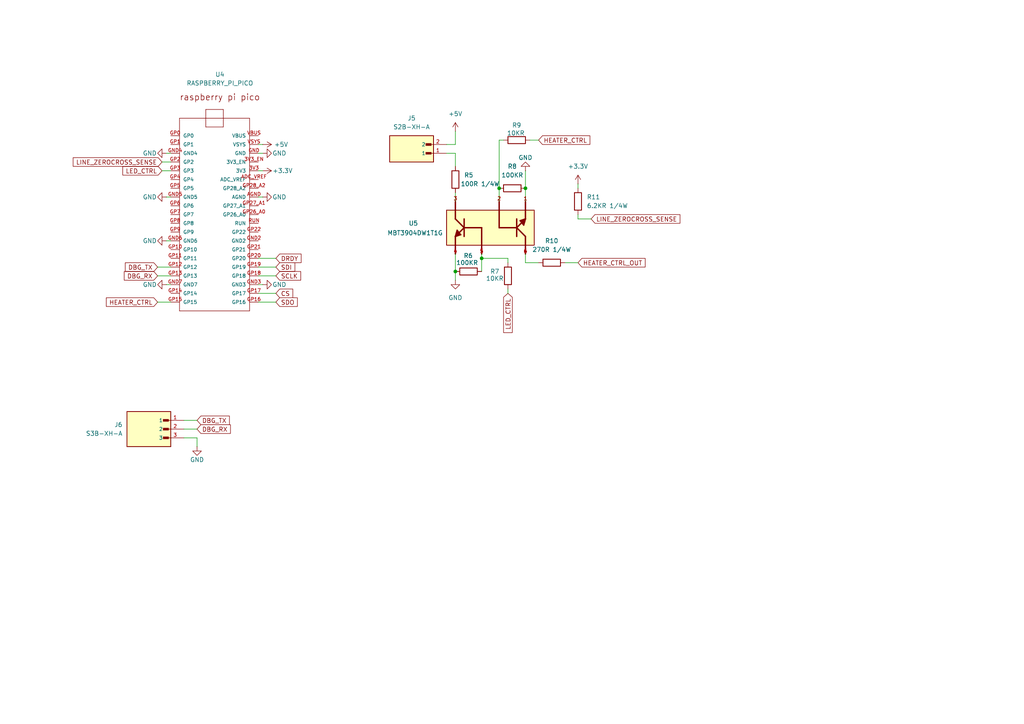
<source format=kicad_sch>
(kicad_sch (version 20231120) (generator "eeschema") (generator_version "8.0")
  (paper "A4")
  (lib_symbols
    (symbol "Device:R" (pin_numbers hide) (pin_names (offset 0))
      (property "Reference" "R" (at 2.032 0 90))
      (property "Value" "R" (at 0 0 90))
      (symbol "R_0_1"
        (rectangle (start -1.016 -2.54) (end 1.016 2.54) (stroke (width 0.254)))
      )
      (symbol "R_1_1"
        (pin passive line (at 0 3.81 270) (length 1.27) (name "~") (number "1"))
        (pin passive line (at 0 -3.81 90) (length 1.27) (name "~") (number "2"))
      )
    )
    (symbol "MBT3904DW1T1G:MBT3904DW1T1G" (pin_names (offset 1.016))
      (property "Reference" "U" (at 0 0 0))
      (property "Value" "MBT3904DW1T1G" (at 0 0 0))
      (symbol "MBT3904DW1T1G_0_0"
        (rectangle (start -12.7 -5.08) (end 12.7 5.08) (stroke (width 0.254)) (fill (type background)))
        (polyline (pts (xy -10.16 -2.54) (xy -10.16 -7.62)) (stroke (width 0.4064)))
        (polyline (pts (xy -10.16 -2.54) (xy -8.636 -2.032)) (stroke (width 0.4064)))
        (polyline (pts (xy -10.16 2.54) (xy -10.16 7.62)) (stroke (width 0.4064)))
        (polyline (pts (xy -9.906 -1.778) (xy -9.652 -1.27)) (stroke (width 0.4064)))
        (polyline (pts (xy -9.652 -1.524) (xy -9.906 -1.778)) (stroke (width 0.4064)))
        (polyline (pts (xy -9.652 -1.27) (xy -9.398 -1.524)) (stroke (width 0.4064)))
        (polyline (pts (xy -9.652 -0.762) (xy -10.16 -2.54)) (stroke (width 0.4064)))
        (polyline (pts (xy -9.398 -2.032) (xy -9.652 -1.524)) (stroke (width 0.4064)))
        (polyline (pts (xy -9.144 -2.032) (xy -9.144 -1.778)) (stroke (width 0.4064)))
        (polyline (pts (xy -9.144 -1.778) (xy -9.398 -2.032)) (stroke (width 0.4064)))
        (polyline (pts (xy -8.636 -2.032) (xy -9.652 -0.762)) (stroke (width 0.4064)))
        (polyline (pts (xy -8.636 -2.032) (xy -9.144 -2.032)) (stroke (width 0.4064)))
        (polyline (pts (xy -7.62 0) (xy -10.16 -2.54)) (stroke (width 0.4064)))
        (polyline (pts (xy -7.62 0) (xy -10.16 2.54)) (stroke (width 0.4064)))
        (polyline (pts (xy -7.62 0) (xy -7.62 -2.54)) (stroke (width 0.4064)))
        (polyline (pts (xy -7.62 0) (xy -2.54 0)) (stroke (width 0.4064)))
        (polyline (pts (xy -7.62 2.54) (xy -7.62 0)) (stroke (width 0.4064)))
        (polyline (pts (xy -2.54 0) (xy -2.54 -7.62)) (stroke (width 0.4064)))
        (polyline (pts (xy 2.54 0) (xy 2.54 7.62)) (stroke (width 0.4064)))
        (polyline (pts (xy 7.62 -2.54) (xy 7.62 0)) (stroke (width 0.4064)))
        (polyline (pts (xy 7.62 0) (xy 2.54 0)) (stroke (width 0.4064)))
        (polyline (pts (xy 7.62 0) (xy 7.62 2.54)) (stroke (width 0.4064)))
        (polyline (pts (xy 7.62 0) (xy 10.16 -2.54)) (stroke (width 0.4064)))
        (polyline (pts (xy 7.62 0) (xy 10.16 2.54)) (stroke (width 0.4064)))
        (polyline (pts (xy 8.636 2.032) (xy 9.144 2.032)) (stroke (width 0.4064)))
        (polyline (pts (xy 8.636 2.032) (xy 9.652 0.762)) (stroke (width 0.4064)))
        (polyline (pts (xy 9.144 1.778) (xy 9.398 2.032)) (stroke (width 0.4064)))
        (polyline (pts (xy 9.144 2.032) (xy 9.144 1.778)) (stroke (width 0.4064)))
        (polyline (pts (xy 9.398 2.032) (xy 9.652 1.524)) (stroke (width 0.4064)))
        (polyline (pts (xy 9.652 0.762) (xy 10.16 2.54)) (stroke (width 0.4064)))
        (polyline (pts (xy 9.652 1.27) (xy 9.398 1.524)) (stroke (width 0.4064)))
        (polyline (pts (xy 9.652 1.524) (xy 9.906 1.778)) (stroke (width 0.4064)))
        (polyline (pts (xy 9.906 1.778) (xy 9.652 1.27)) (stroke (width 0.4064)))
        (polyline (pts (xy 10.16 -2.54) (xy 10.16 -7.62)) (stroke (width 0.4064)))
        (polyline (pts (xy 10.16 2.54) (xy 8.636 2.032)) (stroke (width 0.4064)))
        (polyline (pts (xy 10.16 2.54) (xy 10.16 7.62)) (stroke (width 0.4064)))
        (pin bidirectional line (at 10.16 7.62 0) (length 0) (name "~") (number "1"))
        (pin bidirectional line (at 2.54 7.62 0) (length 0) (name "~") (number "2"))
        (pin bidirectional line (at -10.16 7.62 180) (length 0) (name "~") (number "3"))
        (pin bidirectional line (at -10.16 -7.62 180) (length 0) (name "~") (number "4"))
        (pin bidirectional line (at -2.54 -7.62 180) (length 0) (name "~") (number "5"))
        (pin bidirectional line (at 10.16 -7.62 0) (length 0) (name "~") (number "6"))
      )
    )
    (symbol "RASPBERRY_PI_PICO:RASPBERRY_PI_PICO" (pin_names (offset 1.016))
      (property "Reference" "U" (at 0 0 0))
      (property "Value" "RASPBERRY_PI_PICO" (at 0 0 0))
      (symbol "RASPBERRY_PI_PICO_0_0"
        (polyline (pts (xy -7.62 -30.48) (xy 12.7 -30.48)) (stroke (width 0.1524)))
        (polyline (pts (xy -7.62 25.4) (xy -7.62 -30.48)) (stroke (width 0.1524)))
        (polyline (pts (xy 0 22.86) (xy 5.08 22.86)) (stroke (width 0.1524)))
        (polyline (pts (xy 0 27.94) (xy 0 22.86)) (stroke (width 0.1524)))
        (polyline (pts (xy 5.08 22.86) (xy 5.08 27.94)) (stroke (width 0.1524)))
        (polyline (pts (xy 5.08 27.94) (xy 0 27.94)) (stroke (width 0.1524)))
        (polyline (pts (xy 12.7 -30.48) (xy 12.7 25.4)) (stroke (width 0.1524)))
        (polyline (pts (xy 12.7 25.4) (xy -7.62 25.4)) (stroke (width 0.1524)))
        (text "raspberry pi pico" (at -7.62 30.48 0) (effects (font (size 1.778 1.778)) (justify left bottom)))
        (pin bidirectional line (at 15.24 10.16 180) (length 2.54) (name "3V3") (number "3V3"))
        (pin bidirectional line (at 15.24 12.7 180) (length 2.54) (name "3V3_EN") (number "3V3_EN"))
        (pin bidirectional line (at 15.24 7.62 180) (length 2.54) (name "ADC_VREF") (number "ADC_VREF"))
        (pin bidirectional line (at 15.24 2.54 180) (length 2.54) (name "AGND") (number "AGND"))
        (pin bidirectional line (at 15.24 15.24 180) (length 2.54) (name "GND") (number "GND"))
        (pin bidirectional line (at 15.24 -10.16 180) (length 2.54) (name "GND2") (number "GND2"))
        (pin bidirectional line (at 15.24 -22.86 180) (length 2.54) (name "GND3") (number "GND3"))
        (pin bidirectional line (at -10.16 15.24 0) (length 2.54) (name "GND4") (number "GND4"))
        (pin bidirectional line (at -10.16 2.54 0) (length 2.54) (name "GND5") (number "GND5"))
        (pin bidirectional line (at -10.16 -10.16 0) (length 2.54) (name "GND6") (number "GND6"))
        (pin bidirectional line (at -10.16 -22.86 0) (length 2.54) (name "GND7") (number "GND7"))
        (pin bidirectional line (at -10.16 20.32 0) (length 2.54) (name "GP0") (number "GP0"))
        (pin bidirectional line (at -10.16 17.78 0) (length 2.54) (name "GP1") (number "GP1"))
        (pin bidirectional line (at -10.16 -12.7 0) (length 2.54) (name "GP10") (number "GP10"))
        (pin bidirectional line (at -10.16 -15.24 0) (length 2.54) (name "GP11") (number "GP11"))
        (pin bidirectional line (at -10.16 -17.78 0) (length 2.54) (name "GP12") (number "GP12"))
        (pin bidirectional line (at -10.16 -20.32 0) (length 2.54) (name "GP13") (number "GP13"))
        (pin bidirectional line (at -10.16 -25.4 0) (length 2.54) (name "GP14") (number "GP14"))
        (pin bidirectional line (at -10.16 -27.94 0) (length 2.54) (name "GP15") (number "GP15"))
        (pin bidirectional line (at 15.24 -27.94 180) (length 2.54) (name "GP16") (number "GP16"))
        (pin bidirectional line (at 15.24 -25.4 180) (length 2.54) (name "GP17") (number "GP17"))
        (pin bidirectional line (at 15.24 -20.32 180) (length 2.54) (name "GP18") (number "GP18"))
        (pin bidirectional line (at 15.24 -17.78 180) (length 2.54) (name "GP19") (number "GP19"))
        (pin bidirectional line (at -10.16 12.7 0) (length 2.54) (name "GP2") (number "GP2"))
        (pin bidirectional line (at 15.24 -15.24 180) (length 2.54) (name "GP20") (number "GP20"))
        (pin bidirectional line (at 15.24 -12.7 180) (length 2.54) (name "GP21") (number "GP21"))
        (pin bidirectional line (at 15.24 -7.62 180) (length 2.54) (name "GP22") (number "GP22"))
        (pin bidirectional line (at 15.24 -2.54 180) (length 2.54) (name "GP26_A0") (number "GP26_A0"))
        (pin bidirectional line (at 15.24 0 180) (length 2.54) (name "GP27_A1") (number "GP27_A1"))
        (pin bidirectional line (at 15.24 5.08 180) (length 2.54) (name "GP28_A2") (number "GP28_A2"))
        (pin bidirectional line (at -10.16 10.16 0) (length 2.54) (name "GP3") (number "GP3"))
        (pin bidirectional line (at -10.16 7.62 0) (length 2.54) (name "GP4") (number "GP4"))
        (pin bidirectional line (at -10.16 5.08 0) (length 2.54) (name "GP5") (number "GP5"))
        (pin bidirectional line (at -10.16 0 0) (length 2.54) (name "GP6") (number "GP6"))
        (pin bidirectional line (at -10.16 -2.54 0) (length 2.54) (name "GP7") (number "GP7"))
        (pin bidirectional line (at -10.16 -5.08 0) (length 2.54) (name "GP8") (number "GP8"))
        (pin bidirectional line (at -10.16 -7.62 0) (length 2.54) (name "GP9") (number "GP9"))
        (pin bidirectional line (at 15.24 -5.08 180) (length 2.54) (name "RUN") (number "RUN"))
        (pin bidirectional line (at 15.24 20.32 180) (length 2.54) (name "VBUS") (number "VBUS"))
        (pin bidirectional line (at 15.24 17.78 180) (length 2.54) (name "VSYS") (number "VSYS"))
      )
    )
    (symbol "S2B-XH-A:S2B-XH-A" (pin_names (offset 1.016))
      (property "Reference" "J" (at -6.85 5.08 0))
      (property "Value" "S2B-XH-A" (at -6.35 -5.08 0))
      (symbol "S2B-XH-A_0_0"
        (rectangle (start -6.35 -2.54) (end 6.35 5.08) (stroke (width 0.254)) (fill (type background)))
        (rectangle (start -5.715 -0.3175) (end -4.1275 0.3175) (stroke (width 0.1)) (fill (type outline)))
        (rectangle (start -5.715 2.2225) (end -4.1275 2.8575) (stroke (width 0.1)) (fill (type outline)))
        (pin passive line (at -10.16 2.54 0) (length 5.08) (name "1") (number "1"))
        (pin passive line (at -10.16 0 0) (length 5.08) (name "2") (number "2"))
      )
    )
    (symbol "S3B-XH-A:S3B-XH-A" (pin_names (offset 1.016))
      (property "Reference" "J" (at -6.85 5.08 0))
      (property "Value" "S3B-XH-A" (at -6.35 -7.62 0))
      (symbol "S3B-XH-A_0_0"
        (rectangle (start -6.35 -5.08) (end 6.35 5.08) (stroke (width 0.254)) (fill (type background)))
        (rectangle (start -5.715 -2.8575) (end -4.1275 -2.2225) (stroke (width 0.1)) (fill (type outline)))
        (rectangle (start -5.715 -0.3175) (end -4.1275 0.3175) (stroke (width 0.1)) (fill (type outline)))
        (rectangle (start -5.715 2.2225) (end -4.1275 2.8575) (stroke (width 0.1)) (fill (type outline)))
        (pin passive line (at -10.16 2.54 0) (length 5.08) (name "1") (number "1"))
        (pin passive line (at -10.16 0 0) (length 5.08) (name "2") (number "2"))
        (pin passive line (at -10.16 -2.54 0) (length 5.08) (name "3") (number "3"))
      )
    )
    (symbol "power:+5V" (power) (pin_numbers hide) (pin_names (offset 0) hide)
      (property "Value" "+5V" (at 0 3.556 0))
      (symbol "+5V_0_1"
        (polyline (pts (xy -0.762 1.27) (xy 0 2.54)))
        (polyline (pts (xy 0 0) (xy 0 2.54)))
        (polyline (pts (xy 0 2.54) (xy 0.762 1.27)))
      )
      (symbol "+5V_1_1"
        (pin power_in line (at 0 0 90) (length 0) (name "~") (number "1"))
      )
    )
    (symbol "power:GND" (power) (pin_numbers hide) (pin_names (offset 0) hide)
      (property "Value" "GND" (at 0 -3.81 0))
      (symbol "GND_0_1"
        (polyline (pts (xy 0 0) (xy 0 -1.27) (xy 1.27 -1.27) (xy 0 -2.54) (xy -1.27 -1.27) (xy 0 -1.27)))
      )
      (symbol "GND_1_1"
        (pin power_in line (at 0 0 270) (length 0) (name "~") (number "1"))
      )
    )
  )
  (junction (at 152.4 54.61))
  (junction (at 144.78 54.61))
  (junction (at 139.7 74.93))
  (junction (at 132.08 78.74))
  (wire (pts (xy 167.64 53.34) (xy 167.64 54.61)))
  (wire (pts (xy 74.93 77.47) (xy 80.01 77.47)))
  (wire (pts (xy 132.08 73.66) (xy 132.08 78.74)))
  (wire (pts (xy 147.32 85.09) (xy 147.32 83.82)))
  (wire (pts (xy 74.93 44.45) (xy 76.2 44.45)))
  (wire (pts (xy 156.21 76.2) (xy 152.4 76.2)))
  (wire (pts (xy 146.05 40.64) (xy 144.78 40.64)))
  (wire (pts (xy 139.7 74.93) (xy 139.7 78.74)))
  (wire (pts (xy 45.72 80.01) (xy 49.53 80.01)))
  (wire (pts (xy 167.64 63.5) (xy 171.45 63.5)))
  (wire (pts (xy 74.93 57.15) (xy 76.2 57.15)))
  (wire (pts (xy 152.4 76.2) (xy 152.4 73.66)))
  (wire (pts (xy 57.15 127) (xy 57.15 129.54)))
  (wire (pts (xy 74.93 87.63) (xy 80.01 87.63)))
  (wire (pts (xy 45.72 77.47) (xy 49.53 77.47)))
  (wire (pts (xy 147.32 76.2) (xy 147.32 74.93)))
  (wire (pts (xy 74.93 74.93) (xy 80.01 74.93)))
  (wire (pts (xy 46.99 49.53) (xy 49.53 49.53)))
  (wire (pts (xy 74.93 80.01) (xy 80.01 80.01)))
  (wire (pts (xy 48.26 69.85) (xy 49.53 69.85)))
  (wire (pts (xy 132.08 38.1) (xy 132.08 41.91)))
  (wire (pts (xy 152.4 54.61) (xy 152.4 58.42)))
  (wire (pts (xy 144.78 40.64) (xy 144.78 54.61)))
  (wire (pts (xy 45.72 87.63) (xy 49.53 87.63)))
  (wire (pts (xy 152.4 49.53) (xy 152.4 54.61)))
  (wire (pts (xy 129.54 41.91) (xy 132.08 41.91)))
  (wire (pts (xy 74.93 82.55) (xy 76.2 82.55)))
  (wire (pts (xy 74.93 85.09) (xy 80.01 85.09)))
  (wire (pts (xy 156.21 40.64) (xy 153.67 40.64)))
  (wire (pts (xy 129.54 44.45) (xy 132.08 44.45)))
  (wire (pts (xy 132.08 78.74) (xy 132.08 81.28)))
  (wire (pts (xy 46.99 46.99) (xy 49.53 46.99)))
  (wire (pts (xy 53.34 124.46) (xy 57.15 124.46)))
  (wire (pts (xy 132.08 44.45) (xy 132.08 48.26)))
  (wire (pts (xy 132.08 55.88) (xy 132.08 58.42)))
  (wire (pts (xy 48.26 57.15) (xy 49.53 57.15)))
  (wire (pts (xy 167.64 62.23) (xy 167.64 63.5)))
  (wire (pts (xy 53.34 127) (xy 57.15 127)))
  (wire (pts (xy 147.32 74.93) (xy 139.7 74.93)))
  (wire (pts (xy 53.34 121.92) (xy 57.15 121.92)))
  (wire (pts (xy 144.78 54.61) (xy 144.78 58.42)))
  (wire (pts (xy 48.26 44.45) (xy 49.53 44.45)))
  (wire (pts (xy 163.83 76.2) (xy 167.64 76.2)))
  (wire (pts (xy 139.7 73.66) (xy 139.7 74.93)))
  (wire (pts (xy 74.93 41.91) (xy 76.2 41.91)))
  (wire (pts (xy 74.93 49.53) (xy 76.2 49.53)))
  (wire (pts (xy 48.26 82.55) (xy 49.53 82.55)))
  (global_label "DBG_TX" (shape input) (at 45.72 77.47 180) (property "Intersheetrefs" "${INTERSHEET_REFS}" (effects (hide yes))))
  (global_label "DBG_RX" (shape input) (at 45.72 80.01 180) (property "Intersheetrefs" "${INTERSHEET_REFS}" (effects (hide yes))))
  (global_label "LINE_ZEROCROSS_SENSE" (shape input) (at 46.99 46.99 180) (property "Intersheetrefs" "${INTERSHEET_REFS}" (effects (hide yes))))
  (global_label "HEATER_CTRL" (shape input) (at 156.21 40.64 0) (property "Intersheetrefs" "${INTERSHEET_REFS}" (effects (hide yes))))
  (global_label "DRDY" (shape input) (at 80.01 74.93 0) (property "Intersheetrefs" "${INTERSHEET_REFS}" (effects (hide yes))))
  (global_label "DBG_RX" (shape input) (at 57.15 124.46 0) (property "Intersheetrefs" "${INTERSHEET_REFS}" (effects (hide yes))))
  (global_label "CS" (shape input) (at 80.01 85.09 0) (property "Intersheetrefs" "${INTERSHEET_REFS}" (effects (hide yes))))
  (global_label "HEATER_CTRL" (shape input) (at 45.72 87.63 180) (property "Intersheetrefs" "${INTERSHEET_REFS}" (effects (hide yes))))
  (global_label "SCLK" (shape input) (at 80.01 80.01 0) (property "Intersheetrefs" "${INTERSHEET_REFS}" (effects (hide yes))))
  (global_label "DBG_TX" (shape input) (at 57.15 121.92 0) (property "Intersheetrefs" "${INTERSHEET_REFS}" (effects (hide yes))))
  (global_label "LED_CTRL" (shape input) (at 147.32 85.09 270) (property "Intersheetrefs" "${INTERSHEET_REFS}" (effects (hide yes))))
  (global_label "SDO" (shape input) (at 80.01 87.63 0) (property "Intersheetrefs" "${INTERSHEET_REFS}" (effects (hide yes))))
  (global_label "HEATER_CTRL_OUT" (shape input) (at 167.64 76.2 0) (property "Intersheetrefs" "${INTERSHEET_REFS}" (effects (hide yes))))
  (global_label "LINE_ZEROCROSS_SENSE" (shape input) (at 171.45 63.5 0) (property "Intersheetrefs" "${INTERSHEET_REFS}" (effects (hide yes))))
  (global_label "SDI" (shape input) (at 80.01 77.47 0) (property "Intersheetrefs" "${INTERSHEET_REFS}" (effects (hide yes))))
  (global_label "LED_CTRL" (shape input) (at 46.99 49.53 180) (property "Intersheetrefs" "${INTERSHEET_REFS}" (effects (hide yes))))
  (symbol (lib_id "Device:R") (at 160.02 76.2 90) (unit 1)
    (property "Reference" "R10" (at 160.02 69.85 90))
    (property "Value" "270R 1/4W" (at 160.02 72.39 90))
    (property "Footprint" "Resistor_SMD:R_1206_3216Metric_Pad1.30x1.75mm_HandSolder" (effects (hide yes)))
    (property "Description" "Resistor" (effects (hide yes)))
    (property "DIGIKEY_PN" "311-270ERCT-ND" (effects (hide yes)))
  )
  (symbol (lib_id "power:GND") (at 132.08 81.28 0) (unit 1)
    (property "Reference" "#PWR14" (effects (hide yes)))
    (property "Value" "GND" (at 132.08 86.36 0))
    (property "Description" "Power symbol creates a global label with name \"GND\" , ground" (effects (hide yes)))
  )
  (symbol (lib_id "power:+5V") (at 76.2 41.91 270) (unit 1)
    (property "Reference" "#PWR9" (effects (hide yes)))
    (property "Value" "+5V" (at 79.502 41.91 90) (effects (justify left)))
    (property "Description" "Power symbol creates a global label with name \"+5V\"" (effects (hide yes)))
  )
  (symbol (lib_id "S2B-XH-A:S2B-XH-A") (at 119.38 41.91 180) (unit 1)
    (property "Reference" "J5" (at 119.38 34.29 0))
    (property "Value" "S2B-XH-A" (at 119.38 36.83 0))
    (property "Footprint" "footprints:JST_S2B-XH-A" (effects (hide yes)))
    (property "MANUFACTURER" "JST" (effects (hide yes)))
    (property "DIGIKEY_PN" "455-S2B-XH-A-ND" (effects (hide yes)))
  )
  (symbol (lib_id "power:+5V") (at 132.08 38.1 0) (unit 1)
    (property "Reference" "#PWR13" (effects (hide yes)))
    (property "Value" "+5V" (at 132.08 33.02 0))
    (property "Description" "Power symbol creates a global label with name \"+5V\"" (effects (hide yes)))
  )
  (symbol (lib_id "power:GND") (at 76.2 57.15 90) (unit 1)
    (property "Reference" "#PWR11" (effects (hide yes)))
    (property "Value" "GND" (at 81.026 57.15 90))
    (property "Description" "Power symbol creates a global label with name \"GND\" , ground" (effects (hide yes)))
  )
  (symbol (lib_id "Device:R") (at 148.59 54.61 90) (unit 1)
    (property "Reference" "R8" (at 148.59 48.26 90))
    (property "Value" "100KR" (at 148.59 50.8 90))
    (property "Footprint" "Resistor_SMD:R_0805_2012Metric_Pad1.20x1.40mm_HandSolder" (effects (hide yes)))
    (property "Description" "Resistor" (effects (hide yes)))
    (property "DIGIKEY_PN" "311-100KARCT-ND" (effects (hide yes)))
  )
  (symbol (lib_id "power:+5V") (at 167.64 53.34 0) (unit 1)
    (property "Reference" "#PWR16" (effects (hide yes)))
    (property "Value" "+3.3V" (at 167.64 48.26 0))
    (property "Description" "Power symbol creates a global label with name \"+5V\"" (effects (hide yes)))
  )
  (symbol (lib_id "power:GND") (at 48.26 57.15 270) (unit 1)
    (property "Reference" "#PWR26" (effects (hide yes)))
    (property "Value" "GND" (at 43.434 57.15 90))
    (property "Description" "Power symbol creates a global label with name \"GND\" , ground" (effects (hide yes)))
  )
  (symbol (lib_id "Device:R") (at 135.89 78.74 90) (unit 1)
    (property "Reference" "R6" (at 137.16 74.168 90) (effects (justify left)))
    (property "Value" "100KR" (at 138.684 76.2 90) (effects (justify left)))
    (property "Footprint" "Resistor_SMD:R_0805_2012Metric_Pad1.20x1.40mm_HandSolder" (effects (hide yes)))
    (property "Description" "Resistor" (effects (hide yes)))
    (property "DIGIKEY_PN" "311-100KARCT-ND" (effects (hide yes)))
  )
  (symbol (lib_id "power:GND") (at 48.26 69.85 270) (unit 1)
    (property "Reference" "#PWR27" (effects (hide yes)))
    (property "Value" "GND" (at 43.434 69.85 90))
    (property "Description" "Power symbol creates a global label with name \"GND\" , ground" (effects (hide yes)))
  )
  (symbol (lib_id "Device:R") (at 167.64 58.42 180) (unit 1)
    (property "Reference" "R11" (at 170.18 57.1499 0) (effects (justify right)))
    (property "Value" "6.2KR 1/4W" (at 170.18 59.6899 0) (effects (justify right)))
    (property "Footprint" "Resistor_SMD:R_1206_3216Metric_Pad1.30x1.75mm_HandSolder" (effects (hide yes)))
    (property "Description" "Resistor" (effects (hide yes)))
    (property "DIGIKEY_PN" "311-6.2KERCT-ND" (effects (hide yes)))
  )
  (symbol (lib_id "S3B-XH-A:S3B-XH-A") (at 43.18 124.46 0) (mirror y) (unit 1)
    (property "Reference" "J6" (at 35.56 123.1899 0) (effects (justify left)))
    (property "Value" "S3B-XH-A" (at 35.56 125.7299 0) (effects (justify left)))
    (property "Footprint" "footprints:JST_S3B-XH-A" (effects (hide yes)))
    (property "MANUFACTURER" "JST" (effects (hide yes)))
    (property "DIGIKEY_PN" "455-S3B-XH-A-ND" (effects (hide yes)))
  )
  (symbol (lib_id "power:+5V") (at 76.2 49.53 270) (unit 1)
    (property "Reference" "#PWR12" (effects (hide yes)))
    (property "Value" "+3.3V" (at 78.994 49.53 90) (effects (justify left)))
    (property "Description" "Power symbol creates a global label with name \"+5V\"" (effects (hide yes)))
  )
  (symbol (lib_id "power:GND") (at 48.26 44.45 270) (unit 1)
    (property "Reference" "#PWR25" (effects (hide yes)))
    (property "Value" "GND" (at 43.434 44.45 90))
    (property "Description" "Power symbol creates a global label with name \"GND\" , ground" (effects (hide yes)))
  )
  (symbol (lib_id "Device:R") (at 147.32 80.01 0) (unit 1)
    (property "Reference" "R7" (at 143.51 78.74 0))
    (property "Value" "10KR" (at 143.51 80.772 0))
    (property "Footprint" "Resistor_SMD:R_0805_2012Metric_Pad1.20x1.40mm_HandSolder" (effects (hide yes)))
    (property "Description" "Resistor" (effects (hide yes)))
    (property "DIGIKEY_PN" "311-10KARCT-ND" (effects (hide yes)))
  )
  (symbol (lib_id "MBT3904DW1T1G:MBT3904DW1T1G") (at 142.24 66.04 0) (unit 1)
    (property "Reference" "U5" (at 119.888 64.77 0))
    (property "Value" "MBT3904DW1T1G" (at 120.396 67.564 0))
    (property "Footprint" "footprints:SOT236" (effects (hide yes)))
    (property "DIGIKEY_PN" "MBT3904DW1T1GOSCT-ND" (effects (hide yes)))
  )
  (symbol (lib_id "Device:R") (at 149.86 40.64 90) (unit 1)
    (property "Reference" "R9" (at 149.86 36.322 90))
    (property "Value" "10KR" (at 149.606 38.608 90))
    (property "Footprint" "Resistor_SMD:R_0805_2012Metric_Pad1.20x1.40mm_HandSolder" (effects (hide yes)))
    (property "Description" "Resistor" (effects (hide yes)))
    (property "DIGIKEY_PN" "311-10KARCT-ND" (effects (hide yes)))
  )
  (symbol (lib_id "RASPBERRY_PI_PICO:RASPBERRY_PI_PICO") (at 59.69 59.69 0) (unit 1)
    (property "Reference" "U4" (at 63.7871 21.59 0))
    (property "Value" "RASPBERRY_PI_PICO" (at 63.7871 24.13 0))
    (property "Footprint" "footprints:RASPBERRY_PI_PICO" (effects (hide yes)))
    (property "MF" "Raspberry Pi" (effects (hide yes)))
    (property "Description_1" "\n                        \n                            Raspberry Pi Board, Arm Cortex-M0+; Core Architecture:Arm; Core Sub-Architecture:Cortex-M0+; Kit Contents:Raspberry Pi Pico Board; No. Of Bits:32Bit; Silicon Core Number:Rp2040; Silicon Manufacturer:Raspberry Pi |Raspberry-Pi RASPBERRY PI PICO\n                        \n" (effects (hide yes)))
    (property "Package" "None" (effects (hide yes)))
    (property "Price" "None" (effects (hide yes)))
    (property "SnapEDA_Link" "https://www.snapeda.com/parts/RASPBERRY%20PI%20PICO/Raspberry+Pi/view-part/?ref=snap" (effects (hide yes)))
    (property "MP" "RASPBERRY PI PICO" (effects (hide yes)))
    (property "Availability" "Not in stock" (effects (hide yes)))
    (property "Check_prices" "https://www.snapeda.com/parts/RASPBERRY%20PI%20PICO/Raspberry+Pi/view-part/?ref=eda" (effects (hide yes)))
    (property "DIGIKEY_PN" "S7053-ND(sockets),2648-SC0917-ND(pico)" (effects (hide yes)))
  )
  (symbol (lib_id "power:GND") (at 76.2 82.55 90) (unit 1)
    (property "Reference" "#PWR28" (effects (hide yes)))
    (property "Value" "GND" (at 81.026 82.55 90))
    (property "Description" "Power symbol creates a global label with name \"GND\" , ground" (effects (hide yes)))
  )
  (symbol (lib_id "Device:R") (at 132.08 52.07 180) (unit 1)
    (property "Reference" "R5" (at 134.62 50.7999 0) (effects (justify right)))
    (property "Value" "100R 1/4W" (at 133.604 53.34 0) (effects (justify right)))
    (property "Footprint" "Resistor_SMD:R_1206_3216Metric_Pad1.30x1.75mm_HandSolder" (effects (hide yes)))
    (property "Description" "Resistor" (effects (hide yes)))
    (property "DIGIKEY_PN" "311-270ERCT-ND" (effects (hide yes)))
  )
  (symbol (lib_id "power:GND") (at 76.2 44.45 90) (unit 1)
    (property "Reference" "#PWR10" (effects (hide yes)))
    (property "Value" "GND" (at 81.026 44.45 90))
    (property "Description" "Power symbol creates a global label with name \"GND\" , ground" (effects (hide yes)))
  )
  (symbol (lib_id "power:GND") (at 57.15 129.54 0) (unit 1)
    (property "Reference" "#PWR24" (effects (hide yes)))
    (property "Value" "GND" (at 57.15 133.35 0))
    (property "Description" "Power symbol creates a global label with name \"GND\" , ground" (effects (hide yes)))
  )
  (symbol (lib_id "power:GND") (at 152.4 49.53 180) (unit 1)
    (property "Reference" "#PWR15" (effects (hide yes)))
    (property "Value" "GND" (at 152.4 45.72 0))
    (property "Description" "Power symbol creates a global label with name \"GND\" , ground" (effects (hide yes)))
  )
  (symbol (lib_id "power:GND") (at 48.26 82.55 270) (unit 1)
    (property "Reference" "#PWR29" (effects (hide yes)))
    (property "Value" "GND" (at 43.434 82.55 90))
    (property "Description" "Power symbol creates a global label with name \"GND\" , ground" (effects (hide yes)))
  )
)
</source>
